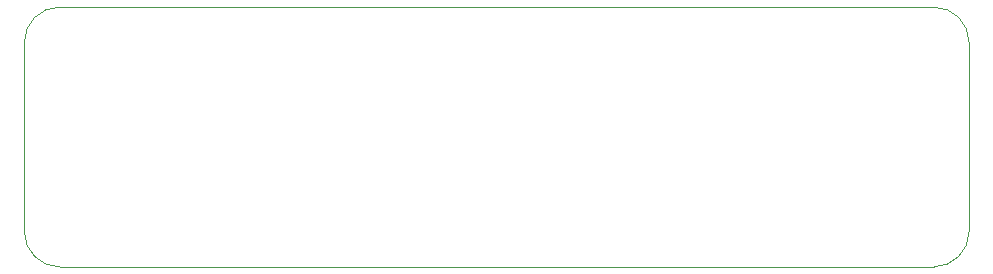
<source format=gbr>
%TF.GenerationSoftware,KiCad,Pcbnew,8.0.2*%
%TF.CreationDate,2024-05-30T14:14:33+02:00*%
%TF.ProjectId,Sensors_expansion_board,53656e73-6f72-4735-9f65-7870616e7369,1.0*%
%TF.SameCoordinates,Original*%
%TF.FileFunction,Profile,NP*%
%FSLAX46Y46*%
G04 Gerber Fmt 4.6, Leading zero omitted, Abs format (unit mm)*
G04 Created by KiCad (PCBNEW 8.0.2) date 2024-05-30 14:14:33*
%MOMM*%
%LPD*%
G01*
G04 APERTURE LIST*
%TA.AperFunction,Profile*%
%ADD10C,0.100000*%
%TD*%
G04 APERTURE END LIST*
D10*
X154950000Y-86975000D02*
G75*
G02*
X157950000Y-83975000I3000000J0D01*
G01*
X154950000Y-102975000D02*
X154950000Y-101975000D01*
X194950000Y-105975000D02*
X231950000Y-105975000D01*
X157950000Y-105975000D02*
G75*
G02*
X154950000Y-102975000I0J3000000D01*
G01*
X234950000Y-102975000D02*
X234950000Y-101975000D01*
X234950000Y-86975000D02*
X234950000Y-101975000D01*
X234950000Y-102975000D02*
G75*
G02*
X231950000Y-105975000I-3000000J0D01*
G01*
X231950000Y-83975000D02*
G75*
G02*
X234950000Y-86975000I0J-3000000D01*
G01*
X154950000Y-86975000D02*
X154950000Y-101975000D01*
X231950000Y-83975000D02*
X157950000Y-83975000D01*
X194950000Y-105975000D02*
X157950000Y-105975000D01*
M02*

</source>
